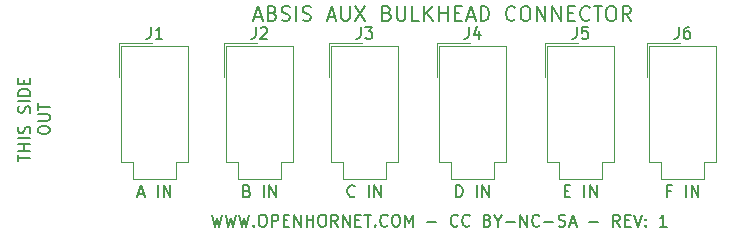
<source format=gbr>
%TF.GenerationSoftware,KiCad,Pcbnew,(5.1.9)-1*%
%TF.CreationDate,2021-11-14T17:32:34-07:00*%
%TF.ProjectId,ABSIS_AUX_Bulkhead_Connector,41425349-535f-4415-9558-5f42756c6b68,rev?*%
%TF.SameCoordinates,Original*%
%TF.FileFunction,Legend,Top*%
%TF.FilePolarity,Positive*%
%FSLAX46Y46*%
G04 Gerber Fmt 4.6, Leading zero omitted, Abs format (unit mm)*
G04 Created by KiCad (PCBNEW (5.1.9)-1) date 2021-11-14 17:32:34*
%MOMM*%
%LPD*%
G01*
G04 APERTURE LIST*
%ADD10C,0.150000*%
%ADD11C,0.120000*%
G04 APERTURE END LIST*
D10*
X100227380Y-69611428D02*
X100227380Y-69040000D01*
X101227380Y-69325714D02*
X100227380Y-69325714D01*
X101227380Y-68706666D02*
X100227380Y-68706666D01*
X100703571Y-68706666D02*
X100703571Y-68135238D01*
X101227380Y-68135238D02*
X100227380Y-68135238D01*
X101227380Y-67659047D02*
X100227380Y-67659047D01*
X101179761Y-67230476D02*
X101227380Y-67087619D01*
X101227380Y-66849523D01*
X101179761Y-66754285D01*
X101132142Y-66706666D01*
X101036904Y-66659047D01*
X100941666Y-66659047D01*
X100846428Y-66706666D01*
X100798809Y-66754285D01*
X100751190Y-66849523D01*
X100703571Y-67040000D01*
X100655952Y-67135238D01*
X100608333Y-67182857D01*
X100513095Y-67230476D01*
X100417857Y-67230476D01*
X100322619Y-67182857D01*
X100275000Y-67135238D01*
X100227380Y-67040000D01*
X100227380Y-66801904D01*
X100275000Y-66659047D01*
X101179761Y-65516190D02*
X101227380Y-65373333D01*
X101227380Y-65135238D01*
X101179761Y-65040000D01*
X101132142Y-64992380D01*
X101036904Y-64944761D01*
X100941666Y-64944761D01*
X100846428Y-64992380D01*
X100798809Y-65040000D01*
X100751190Y-65135238D01*
X100703571Y-65325714D01*
X100655952Y-65420952D01*
X100608333Y-65468571D01*
X100513095Y-65516190D01*
X100417857Y-65516190D01*
X100322619Y-65468571D01*
X100275000Y-65420952D01*
X100227380Y-65325714D01*
X100227380Y-65087619D01*
X100275000Y-64944761D01*
X101227380Y-64516190D02*
X100227380Y-64516190D01*
X101227380Y-64040000D02*
X100227380Y-64040000D01*
X100227380Y-63801904D01*
X100275000Y-63659047D01*
X100370238Y-63563809D01*
X100465476Y-63516190D01*
X100655952Y-63468571D01*
X100798809Y-63468571D01*
X100989285Y-63516190D01*
X101084523Y-63563809D01*
X101179761Y-63659047D01*
X101227380Y-63801904D01*
X101227380Y-64040000D01*
X100703571Y-63040000D02*
X100703571Y-62706666D01*
X101227380Y-62563809D02*
X101227380Y-63040000D01*
X100227380Y-63040000D01*
X100227380Y-62563809D01*
X101877380Y-67040000D02*
X101877380Y-66849523D01*
X101925000Y-66754285D01*
X102020238Y-66659047D01*
X102210714Y-66611428D01*
X102544047Y-66611428D01*
X102734523Y-66659047D01*
X102829761Y-66754285D01*
X102877380Y-66849523D01*
X102877380Y-67040000D01*
X102829761Y-67135238D01*
X102734523Y-67230476D01*
X102544047Y-67278095D01*
X102210714Y-67278095D01*
X102020238Y-67230476D01*
X101925000Y-67135238D01*
X101877380Y-67040000D01*
X101877380Y-66182857D02*
X102686904Y-66182857D01*
X102782142Y-66135238D01*
X102829761Y-66087619D01*
X102877380Y-65992380D01*
X102877380Y-65801904D01*
X102829761Y-65706666D01*
X102782142Y-65659047D01*
X102686904Y-65611428D01*
X101877380Y-65611428D01*
X101877380Y-65278095D02*
X101877380Y-64706666D01*
X102877380Y-64992380D02*
X101877380Y-64992380D01*
X116628095Y-74128380D02*
X116866190Y-75128380D01*
X117056666Y-74414095D01*
X117247142Y-75128380D01*
X117485238Y-74128380D01*
X117770952Y-74128380D02*
X118009047Y-75128380D01*
X118199523Y-74414095D01*
X118390000Y-75128380D01*
X118628095Y-74128380D01*
X118913809Y-74128380D02*
X119151904Y-75128380D01*
X119342380Y-74414095D01*
X119532857Y-75128380D01*
X119770952Y-74128380D01*
X120151904Y-75033142D02*
X120199523Y-75080761D01*
X120151904Y-75128380D01*
X120104285Y-75080761D01*
X120151904Y-75033142D01*
X120151904Y-75128380D01*
X120818571Y-74128380D02*
X121009047Y-74128380D01*
X121104285Y-74176000D01*
X121199523Y-74271238D01*
X121247142Y-74461714D01*
X121247142Y-74795047D01*
X121199523Y-74985523D01*
X121104285Y-75080761D01*
X121009047Y-75128380D01*
X120818571Y-75128380D01*
X120723333Y-75080761D01*
X120628095Y-74985523D01*
X120580476Y-74795047D01*
X120580476Y-74461714D01*
X120628095Y-74271238D01*
X120723333Y-74176000D01*
X120818571Y-74128380D01*
X121675714Y-75128380D02*
X121675714Y-74128380D01*
X122056666Y-74128380D01*
X122151904Y-74176000D01*
X122199523Y-74223619D01*
X122247142Y-74318857D01*
X122247142Y-74461714D01*
X122199523Y-74556952D01*
X122151904Y-74604571D01*
X122056666Y-74652190D01*
X121675714Y-74652190D01*
X122675714Y-74604571D02*
X123009047Y-74604571D01*
X123151904Y-75128380D02*
X122675714Y-75128380D01*
X122675714Y-74128380D01*
X123151904Y-74128380D01*
X123580476Y-75128380D02*
X123580476Y-74128380D01*
X124151904Y-75128380D01*
X124151904Y-74128380D01*
X124628095Y-75128380D02*
X124628095Y-74128380D01*
X124628095Y-74604571D02*
X125199523Y-74604571D01*
X125199523Y-75128380D02*
X125199523Y-74128380D01*
X125866190Y-74128380D02*
X126056666Y-74128380D01*
X126151904Y-74176000D01*
X126247142Y-74271238D01*
X126294761Y-74461714D01*
X126294761Y-74795047D01*
X126247142Y-74985523D01*
X126151904Y-75080761D01*
X126056666Y-75128380D01*
X125866190Y-75128380D01*
X125770952Y-75080761D01*
X125675714Y-74985523D01*
X125628095Y-74795047D01*
X125628095Y-74461714D01*
X125675714Y-74271238D01*
X125770952Y-74176000D01*
X125866190Y-74128380D01*
X127294761Y-75128380D02*
X126961428Y-74652190D01*
X126723333Y-75128380D02*
X126723333Y-74128380D01*
X127104285Y-74128380D01*
X127199523Y-74176000D01*
X127247142Y-74223619D01*
X127294761Y-74318857D01*
X127294761Y-74461714D01*
X127247142Y-74556952D01*
X127199523Y-74604571D01*
X127104285Y-74652190D01*
X126723333Y-74652190D01*
X127723333Y-75128380D02*
X127723333Y-74128380D01*
X128294761Y-75128380D01*
X128294761Y-74128380D01*
X128770952Y-74604571D02*
X129104285Y-74604571D01*
X129247142Y-75128380D02*
X128770952Y-75128380D01*
X128770952Y-74128380D01*
X129247142Y-74128380D01*
X129532857Y-74128380D02*
X130104285Y-74128380D01*
X129818571Y-75128380D02*
X129818571Y-74128380D01*
X130437619Y-75033142D02*
X130485238Y-75080761D01*
X130437619Y-75128380D01*
X130389999Y-75080761D01*
X130437619Y-75033142D01*
X130437619Y-75128380D01*
X131485238Y-75033142D02*
X131437619Y-75080761D01*
X131294761Y-75128380D01*
X131199523Y-75128380D01*
X131056666Y-75080761D01*
X130961428Y-74985523D01*
X130913809Y-74890285D01*
X130866190Y-74699809D01*
X130866190Y-74556952D01*
X130913809Y-74366476D01*
X130961428Y-74271238D01*
X131056666Y-74176000D01*
X131199523Y-74128380D01*
X131294761Y-74128380D01*
X131437619Y-74176000D01*
X131485238Y-74223619D01*
X132104285Y-74128380D02*
X132294761Y-74128380D01*
X132389999Y-74176000D01*
X132485238Y-74271238D01*
X132532857Y-74461714D01*
X132532857Y-74795047D01*
X132485238Y-74985523D01*
X132389999Y-75080761D01*
X132294761Y-75128380D01*
X132104285Y-75128380D01*
X132009047Y-75080761D01*
X131913809Y-74985523D01*
X131866190Y-74795047D01*
X131866190Y-74461714D01*
X131913809Y-74271238D01*
X132009047Y-74176000D01*
X132104285Y-74128380D01*
X132961428Y-75128380D02*
X132961428Y-74128380D01*
X133294761Y-74842666D01*
X133628095Y-74128380D01*
X133628095Y-75128380D01*
X134866190Y-74747428D02*
X135628095Y-74747428D01*
X137437619Y-75033142D02*
X137390000Y-75080761D01*
X137247142Y-75128380D01*
X137151904Y-75128380D01*
X137009047Y-75080761D01*
X136913809Y-74985523D01*
X136866190Y-74890285D01*
X136818571Y-74699809D01*
X136818571Y-74556952D01*
X136866190Y-74366476D01*
X136913809Y-74271238D01*
X137009047Y-74176000D01*
X137151904Y-74128380D01*
X137247142Y-74128380D01*
X137390000Y-74176000D01*
X137437619Y-74223619D01*
X138437619Y-75033142D02*
X138390000Y-75080761D01*
X138247142Y-75128380D01*
X138151904Y-75128380D01*
X138009047Y-75080761D01*
X137913809Y-74985523D01*
X137866190Y-74890285D01*
X137818571Y-74699809D01*
X137818571Y-74556952D01*
X137866190Y-74366476D01*
X137913809Y-74271238D01*
X138009047Y-74176000D01*
X138151904Y-74128380D01*
X138247142Y-74128380D01*
X138390000Y-74176000D01*
X138437619Y-74223619D01*
X139961428Y-74604571D02*
X140104285Y-74652190D01*
X140151904Y-74699809D01*
X140199523Y-74795047D01*
X140199523Y-74937904D01*
X140151904Y-75033142D01*
X140104285Y-75080761D01*
X140009047Y-75128380D01*
X139628095Y-75128380D01*
X139628095Y-74128380D01*
X139961428Y-74128380D01*
X140056666Y-74176000D01*
X140104285Y-74223619D01*
X140151904Y-74318857D01*
X140151904Y-74414095D01*
X140104285Y-74509333D01*
X140056666Y-74556952D01*
X139961428Y-74604571D01*
X139628095Y-74604571D01*
X140818571Y-74652190D02*
X140818571Y-75128380D01*
X140485238Y-74128380D02*
X140818571Y-74652190D01*
X141151904Y-74128380D01*
X141485238Y-74747428D02*
X142247142Y-74747428D01*
X142723333Y-75128380D02*
X142723333Y-74128380D01*
X143294761Y-75128380D01*
X143294761Y-74128380D01*
X144342380Y-75033142D02*
X144294761Y-75080761D01*
X144151904Y-75128380D01*
X144056666Y-75128380D01*
X143913809Y-75080761D01*
X143818571Y-74985523D01*
X143770952Y-74890285D01*
X143723333Y-74699809D01*
X143723333Y-74556952D01*
X143770952Y-74366476D01*
X143818571Y-74271238D01*
X143913809Y-74176000D01*
X144056666Y-74128380D01*
X144151904Y-74128380D01*
X144294761Y-74176000D01*
X144342380Y-74223619D01*
X144770952Y-74747428D02*
X145532857Y-74747428D01*
X145961428Y-75080761D02*
X146104285Y-75128380D01*
X146342380Y-75128380D01*
X146437619Y-75080761D01*
X146485238Y-75033142D01*
X146532857Y-74937904D01*
X146532857Y-74842666D01*
X146485238Y-74747428D01*
X146437619Y-74699809D01*
X146342380Y-74652190D01*
X146151904Y-74604571D01*
X146056666Y-74556952D01*
X146009047Y-74509333D01*
X145961428Y-74414095D01*
X145961428Y-74318857D01*
X146009047Y-74223619D01*
X146056666Y-74176000D01*
X146151904Y-74128380D01*
X146390000Y-74128380D01*
X146532857Y-74176000D01*
X146913809Y-74842666D02*
X147390000Y-74842666D01*
X146818571Y-75128380D02*
X147151904Y-74128380D01*
X147485238Y-75128380D01*
X148580476Y-74747428D02*
X149342380Y-74747428D01*
X151151904Y-75128380D02*
X150818571Y-74652190D01*
X150580476Y-75128380D02*
X150580476Y-74128380D01*
X150961428Y-74128380D01*
X151056666Y-74176000D01*
X151104285Y-74223619D01*
X151151904Y-74318857D01*
X151151904Y-74461714D01*
X151104285Y-74556952D01*
X151056666Y-74604571D01*
X150961428Y-74652190D01*
X150580476Y-74652190D01*
X151580476Y-74604571D02*
X151913809Y-74604571D01*
X152056666Y-75128380D02*
X151580476Y-75128380D01*
X151580476Y-74128380D01*
X152056666Y-74128380D01*
X152342380Y-74128380D02*
X152675714Y-75128380D01*
X153009047Y-74128380D01*
X153342380Y-75033142D02*
X153390000Y-75080761D01*
X153342380Y-75128380D01*
X153294761Y-75080761D01*
X153342380Y-75033142D01*
X153342380Y-75128380D01*
X153342380Y-74509333D02*
X153390000Y-74556952D01*
X153342380Y-74604571D01*
X153294761Y-74556952D01*
X153342380Y-74509333D01*
X153342380Y-74604571D01*
X155104285Y-75128380D02*
X154532857Y-75128380D01*
X154818571Y-75128380D02*
X154818571Y-74128380D01*
X154723333Y-74271238D01*
X154628095Y-74366476D01*
X154532857Y-74414095D01*
X120191619Y-57358333D02*
X120786857Y-57358333D01*
X120072571Y-57715476D02*
X120489238Y-56465476D01*
X120905904Y-57715476D01*
X121739238Y-57060714D02*
X121917809Y-57120238D01*
X121977333Y-57179761D01*
X122036857Y-57298809D01*
X122036857Y-57477380D01*
X121977333Y-57596428D01*
X121917809Y-57655952D01*
X121798761Y-57715476D01*
X121322571Y-57715476D01*
X121322571Y-56465476D01*
X121739238Y-56465476D01*
X121858285Y-56525000D01*
X121917809Y-56584523D01*
X121977333Y-56703571D01*
X121977333Y-56822619D01*
X121917809Y-56941666D01*
X121858285Y-57001190D01*
X121739238Y-57060714D01*
X121322571Y-57060714D01*
X122513047Y-57655952D02*
X122691619Y-57715476D01*
X122989238Y-57715476D01*
X123108285Y-57655952D01*
X123167809Y-57596428D01*
X123227333Y-57477380D01*
X123227333Y-57358333D01*
X123167809Y-57239285D01*
X123108285Y-57179761D01*
X122989238Y-57120238D01*
X122751142Y-57060714D01*
X122632095Y-57001190D01*
X122572571Y-56941666D01*
X122513047Y-56822619D01*
X122513047Y-56703571D01*
X122572571Y-56584523D01*
X122632095Y-56525000D01*
X122751142Y-56465476D01*
X123048761Y-56465476D01*
X123227333Y-56525000D01*
X123763047Y-57715476D02*
X123763047Y-56465476D01*
X124298761Y-57655952D02*
X124477333Y-57715476D01*
X124774952Y-57715476D01*
X124894000Y-57655952D01*
X124953523Y-57596428D01*
X125013047Y-57477380D01*
X125013047Y-57358333D01*
X124953523Y-57239285D01*
X124894000Y-57179761D01*
X124774952Y-57120238D01*
X124536857Y-57060714D01*
X124417809Y-57001190D01*
X124358285Y-56941666D01*
X124298761Y-56822619D01*
X124298761Y-56703571D01*
X124358285Y-56584523D01*
X124417809Y-56525000D01*
X124536857Y-56465476D01*
X124834476Y-56465476D01*
X125013047Y-56525000D01*
X126441619Y-57358333D02*
X127036857Y-57358333D01*
X126322571Y-57715476D02*
X126739238Y-56465476D01*
X127155904Y-57715476D01*
X127572571Y-56465476D02*
X127572571Y-57477380D01*
X127632095Y-57596428D01*
X127691619Y-57655952D01*
X127810666Y-57715476D01*
X128048761Y-57715476D01*
X128167809Y-57655952D01*
X128227333Y-57596428D01*
X128286857Y-57477380D01*
X128286857Y-56465476D01*
X128763047Y-56465476D02*
X129596380Y-57715476D01*
X129596380Y-56465476D02*
X128763047Y-57715476D01*
X131441619Y-57060714D02*
X131620190Y-57120238D01*
X131679714Y-57179761D01*
X131739238Y-57298809D01*
X131739238Y-57477380D01*
X131679714Y-57596428D01*
X131620190Y-57655952D01*
X131501142Y-57715476D01*
X131024952Y-57715476D01*
X131024952Y-56465476D01*
X131441619Y-56465476D01*
X131560666Y-56525000D01*
X131620190Y-56584523D01*
X131679714Y-56703571D01*
X131679714Y-56822619D01*
X131620190Y-56941666D01*
X131560666Y-57001190D01*
X131441619Y-57060714D01*
X131024952Y-57060714D01*
X132274952Y-56465476D02*
X132274952Y-57477380D01*
X132334476Y-57596428D01*
X132394000Y-57655952D01*
X132513047Y-57715476D01*
X132751142Y-57715476D01*
X132870190Y-57655952D01*
X132929714Y-57596428D01*
X132989238Y-57477380D01*
X132989238Y-56465476D01*
X134179714Y-57715476D02*
X133584476Y-57715476D01*
X133584476Y-56465476D01*
X134596380Y-57715476D02*
X134596380Y-56465476D01*
X135310666Y-57715476D02*
X134774952Y-57001190D01*
X135310666Y-56465476D02*
X134596380Y-57179761D01*
X135846380Y-57715476D02*
X135846380Y-56465476D01*
X135846380Y-57060714D02*
X136560666Y-57060714D01*
X136560666Y-57715476D02*
X136560666Y-56465476D01*
X137155904Y-57060714D02*
X137572571Y-57060714D01*
X137751142Y-57715476D02*
X137155904Y-57715476D01*
X137155904Y-56465476D01*
X137751142Y-56465476D01*
X138227333Y-57358333D02*
X138822571Y-57358333D01*
X138108285Y-57715476D02*
X138524952Y-56465476D01*
X138941619Y-57715476D01*
X139358285Y-57715476D02*
X139358285Y-56465476D01*
X139655904Y-56465476D01*
X139834476Y-56525000D01*
X139953523Y-56644047D01*
X140013047Y-56763095D01*
X140072571Y-57001190D01*
X140072571Y-57179761D01*
X140013047Y-57417857D01*
X139953523Y-57536904D01*
X139834476Y-57655952D01*
X139655904Y-57715476D01*
X139358285Y-57715476D01*
X142274952Y-57596428D02*
X142215428Y-57655952D01*
X142036857Y-57715476D01*
X141917809Y-57715476D01*
X141739238Y-57655952D01*
X141620190Y-57536904D01*
X141560666Y-57417857D01*
X141501142Y-57179761D01*
X141501142Y-57001190D01*
X141560666Y-56763095D01*
X141620190Y-56644047D01*
X141739238Y-56525000D01*
X141917809Y-56465476D01*
X142036857Y-56465476D01*
X142215428Y-56525000D01*
X142274952Y-56584523D01*
X143048761Y-56465476D02*
X143286857Y-56465476D01*
X143405904Y-56525000D01*
X143524952Y-56644047D01*
X143584476Y-56882142D01*
X143584476Y-57298809D01*
X143524952Y-57536904D01*
X143405904Y-57655952D01*
X143286857Y-57715476D01*
X143048761Y-57715476D01*
X142929714Y-57655952D01*
X142810666Y-57536904D01*
X142751142Y-57298809D01*
X142751142Y-56882142D01*
X142810666Y-56644047D01*
X142929714Y-56525000D01*
X143048761Y-56465476D01*
X144120190Y-57715476D02*
X144120190Y-56465476D01*
X144834476Y-57715476D01*
X144834476Y-56465476D01*
X145429714Y-57715476D02*
X145429714Y-56465476D01*
X146144000Y-57715476D01*
X146144000Y-56465476D01*
X146739238Y-57060714D02*
X147155904Y-57060714D01*
X147334476Y-57715476D02*
X146739238Y-57715476D01*
X146739238Y-56465476D01*
X147334476Y-56465476D01*
X148584476Y-57596428D02*
X148524952Y-57655952D01*
X148346380Y-57715476D01*
X148227333Y-57715476D01*
X148048761Y-57655952D01*
X147929714Y-57536904D01*
X147870190Y-57417857D01*
X147810666Y-57179761D01*
X147810666Y-57001190D01*
X147870190Y-56763095D01*
X147929714Y-56644047D01*
X148048761Y-56525000D01*
X148227333Y-56465476D01*
X148346380Y-56465476D01*
X148524952Y-56525000D01*
X148584476Y-56584523D01*
X148941619Y-56465476D02*
X149655904Y-56465476D01*
X149298761Y-57715476D02*
X149298761Y-56465476D01*
X150310666Y-56465476D02*
X150548761Y-56465476D01*
X150667809Y-56525000D01*
X150786857Y-56644047D01*
X150846380Y-56882142D01*
X150846380Y-57298809D01*
X150786857Y-57536904D01*
X150667809Y-57655952D01*
X150548761Y-57715476D01*
X150310666Y-57715476D01*
X150191619Y-57655952D01*
X150072571Y-57536904D01*
X150013047Y-57298809D01*
X150013047Y-56882142D01*
X150072571Y-56644047D01*
X150191619Y-56525000D01*
X150310666Y-56465476D01*
X152096380Y-57715476D02*
X151679714Y-57120238D01*
X151382095Y-57715476D02*
X151382095Y-56465476D01*
X151858285Y-56465476D01*
X151977333Y-56525000D01*
X152036857Y-56584523D01*
X152096380Y-56703571D01*
X152096380Y-56882142D01*
X152036857Y-57001190D01*
X151977333Y-57060714D01*
X151858285Y-57120238D01*
X151382095Y-57120238D01*
D11*
%TO.C,J6*%
X153414000Y-59630000D02*
X153414000Y-62480000D01*
X156264000Y-59630000D02*
X153414000Y-59630000D01*
X158274000Y-71090000D02*
X156464000Y-71090000D01*
X158274000Y-69690000D02*
X158274000Y-71090000D01*
X159274000Y-69690000D02*
X158274000Y-69690000D01*
X159274000Y-59870000D02*
X159274000Y-69690000D01*
X156464000Y-59870000D02*
X159274000Y-59870000D01*
X154654000Y-71090000D02*
X156464000Y-71090000D01*
X154654000Y-69690000D02*
X154654000Y-71090000D01*
X153654000Y-69690000D02*
X154654000Y-69690000D01*
X153654000Y-59870000D02*
X153654000Y-69690000D01*
X156464000Y-59870000D02*
X153654000Y-59870000D01*
%TO.C,J5*%
X144778000Y-59630000D02*
X144778000Y-62480000D01*
X147628000Y-59630000D02*
X144778000Y-59630000D01*
X149638000Y-71090000D02*
X147828000Y-71090000D01*
X149638000Y-69690000D02*
X149638000Y-71090000D01*
X150638000Y-69690000D02*
X149638000Y-69690000D01*
X150638000Y-59870000D02*
X150638000Y-69690000D01*
X147828000Y-59870000D02*
X150638000Y-59870000D01*
X146018000Y-71090000D02*
X147828000Y-71090000D01*
X146018000Y-69690000D02*
X146018000Y-71090000D01*
X145018000Y-69690000D02*
X146018000Y-69690000D01*
X145018000Y-59870000D02*
X145018000Y-69690000D01*
X147828000Y-59870000D02*
X145018000Y-59870000D01*
%TO.C,J4*%
X135634000Y-59630000D02*
X135634000Y-62480000D01*
X138484000Y-59630000D02*
X135634000Y-59630000D01*
X140494000Y-71090000D02*
X138684000Y-71090000D01*
X140494000Y-69690000D02*
X140494000Y-71090000D01*
X141494000Y-69690000D02*
X140494000Y-69690000D01*
X141494000Y-59870000D02*
X141494000Y-69690000D01*
X138684000Y-59870000D02*
X141494000Y-59870000D01*
X136874000Y-71090000D02*
X138684000Y-71090000D01*
X136874000Y-69690000D02*
X136874000Y-71090000D01*
X135874000Y-69690000D02*
X136874000Y-69690000D01*
X135874000Y-59870000D02*
X135874000Y-69690000D01*
X138684000Y-59870000D02*
X135874000Y-59870000D01*
%TO.C,J3*%
X126490000Y-59630000D02*
X126490000Y-62480000D01*
X129340000Y-59630000D02*
X126490000Y-59630000D01*
X131350000Y-71090000D02*
X129540000Y-71090000D01*
X131350000Y-69690000D02*
X131350000Y-71090000D01*
X132350000Y-69690000D02*
X131350000Y-69690000D01*
X132350000Y-59870000D02*
X132350000Y-69690000D01*
X129540000Y-59870000D02*
X132350000Y-59870000D01*
X127730000Y-71090000D02*
X129540000Y-71090000D01*
X127730000Y-69690000D02*
X127730000Y-71090000D01*
X126730000Y-69690000D02*
X127730000Y-69690000D01*
X126730000Y-59870000D02*
X126730000Y-69690000D01*
X129540000Y-59870000D02*
X126730000Y-59870000D01*
%TO.C,J2*%
X117600000Y-59630000D02*
X117600000Y-62480000D01*
X120450000Y-59630000D02*
X117600000Y-59630000D01*
X122460000Y-71090000D02*
X120650000Y-71090000D01*
X122460000Y-69690000D02*
X122460000Y-71090000D01*
X123460000Y-69690000D02*
X122460000Y-69690000D01*
X123460000Y-59870000D02*
X123460000Y-69690000D01*
X120650000Y-59870000D02*
X123460000Y-59870000D01*
X118840000Y-71090000D02*
X120650000Y-71090000D01*
X118840000Y-69690000D02*
X118840000Y-71090000D01*
X117840000Y-69690000D02*
X118840000Y-69690000D01*
X117840000Y-59870000D02*
X117840000Y-69690000D01*
X120650000Y-59870000D02*
X117840000Y-59870000D01*
%TO.C,J1*%
X108710000Y-59630000D02*
X108710000Y-62480000D01*
X111560000Y-59630000D02*
X108710000Y-59630000D01*
X113570000Y-71090000D02*
X111760000Y-71090000D01*
X113570000Y-69690000D02*
X113570000Y-71090000D01*
X114570000Y-69690000D02*
X113570000Y-69690000D01*
X114570000Y-59870000D02*
X114570000Y-69690000D01*
X111760000Y-59870000D02*
X114570000Y-59870000D01*
X109950000Y-71090000D02*
X111760000Y-71090000D01*
X109950000Y-69690000D02*
X109950000Y-71090000D01*
X108950000Y-69690000D02*
X109950000Y-69690000D01*
X108950000Y-59870000D02*
X108950000Y-69690000D01*
X111760000Y-59870000D02*
X108950000Y-59870000D01*
%TO.C,J6*%
D10*
X156130666Y-58232380D02*
X156130666Y-58946666D01*
X156083047Y-59089523D01*
X155987809Y-59184761D01*
X155844952Y-59232380D01*
X155749714Y-59232380D01*
X157035428Y-58232380D02*
X156844952Y-58232380D01*
X156749714Y-58280000D01*
X156702095Y-58327619D01*
X156606857Y-58470476D01*
X156559238Y-58660952D01*
X156559238Y-59041904D01*
X156606857Y-59137142D01*
X156654476Y-59184761D01*
X156749714Y-59232380D01*
X156940190Y-59232380D01*
X157035428Y-59184761D01*
X157083047Y-59137142D01*
X157130666Y-59041904D01*
X157130666Y-58803809D01*
X157083047Y-58708571D01*
X157035428Y-58660952D01*
X156940190Y-58613333D01*
X156749714Y-58613333D01*
X156654476Y-58660952D01*
X156606857Y-58708571D01*
X156559238Y-58803809D01*
X155464000Y-72108571D02*
X155130666Y-72108571D01*
X155130666Y-72632380D02*
X155130666Y-71632380D01*
X155606857Y-71632380D01*
X156749714Y-72632380D02*
X156749714Y-71632380D01*
X157225904Y-72632380D02*
X157225904Y-71632380D01*
X157797333Y-72632380D01*
X157797333Y-71632380D01*
%TO.C,J5*%
X147494666Y-58232380D02*
X147494666Y-58946666D01*
X147447047Y-59089523D01*
X147351809Y-59184761D01*
X147208952Y-59232380D01*
X147113714Y-59232380D01*
X148447047Y-58232380D02*
X147970857Y-58232380D01*
X147923238Y-58708571D01*
X147970857Y-58660952D01*
X148066095Y-58613333D01*
X148304190Y-58613333D01*
X148399428Y-58660952D01*
X148447047Y-58708571D01*
X148494666Y-58803809D01*
X148494666Y-59041904D01*
X148447047Y-59137142D01*
X148399428Y-59184761D01*
X148304190Y-59232380D01*
X148066095Y-59232380D01*
X147970857Y-59184761D01*
X147923238Y-59137142D01*
X146470857Y-72108571D02*
X146804190Y-72108571D01*
X146947047Y-72632380D02*
X146470857Y-72632380D01*
X146470857Y-71632380D01*
X146947047Y-71632380D01*
X148137523Y-72632380D02*
X148137523Y-71632380D01*
X148613714Y-72632380D02*
X148613714Y-71632380D01*
X149185142Y-72632380D01*
X149185142Y-71632380D01*
%TO.C,J4*%
X138350666Y-58232380D02*
X138350666Y-58946666D01*
X138303047Y-59089523D01*
X138207809Y-59184761D01*
X138064952Y-59232380D01*
X137969714Y-59232380D01*
X139255428Y-58565714D02*
X139255428Y-59232380D01*
X139017333Y-58184761D02*
X138779238Y-58899047D01*
X139398285Y-58899047D01*
X137279238Y-72632380D02*
X137279238Y-71632380D01*
X137517333Y-71632380D01*
X137660190Y-71680000D01*
X137755428Y-71775238D01*
X137803047Y-71870476D01*
X137850666Y-72060952D01*
X137850666Y-72203809D01*
X137803047Y-72394285D01*
X137755428Y-72489523D01*
X137660190Y-72584761D01*
X137517333Y-72632380D01*
X137279238Y-72632380D01*
X139041142Y-72632380D02*
X139041142Y-71632380D01*
X139517333Y-72632380D02*
X139517333Y-71632380D01*
X140088761Y-72632380D01*
X140088761Y-71632380D01*
%TO.C,J3*%
X129206666Y-58232380D02*
X129206666Y-58946666D01*
X129159047Y-59089523D01*
X129063809Y-59184761D01*
X128920952Y-59232380D01*
X128825714Y-59232380D01*
X129587619Y-58232380D02*
X130206666Y-58232380D01*
X129873333Y-58613333D01*
X130016190Y-58613333D01*
X130111428Y-58660952D01*
X130159047Y-58708571D01*
X130206666Y-58803809D01*
X130206666Y-59041904D01*
X130159047Y-59137142D01*
X130111428Y-59184761D01*
X130016190Y-59232380D01*
X129730476Y-59232380D01*
X129635238Y-59184761D01*
X129587619Y-59137142D01*
X128706666Y-72537142D02*
X128659047Y-72584761D01*
X128516190Y-72632380D01*
X128420952Y-72632380D01*
X128278095Y-72584761D01*
X128182857Y-72489523D01*
X128135238Y-72394285D01*
X128087619Y-72203809D01*
X128087619Y-72060952D01*
X128135238Y-71870476D01*
X128182857Y-71775238D01*
X128278095Y-71680000D01*
X128420952Y-71632380D01*
X128516190Y-71632380D01*
X128659047Y-71680000D01*
X128706666Y-71727619D01*
X129897142Y-72632380D02*
X129897142Y-71632380D01*
X130373333Y-72632380D02*
X130373333Y-71632380D01*
X130944761Y-72632380D01*
X130944761Y-71632380D01*
%TO.C,J2*%
X120316666Y-58232380D02*
X120316666Y-58946666D01*
X120269047Y-59089523D01*
X120173809Y-59184761D01*
X120030952Y-59232380D01*
X119935714Y-59232380D01*
X120745238Y-58327619D02*
X120792857Y-58280000D01*
X120888095Y-58232380D01*
X121126190Y-58232380D01*
X121221428Y-58280000D01*
X121269047Y-58327619D01*
X121316666Y-58422857D01*
X121316666Y-58518095D01*
X121269047Y-58660952D01*
X120697619Y-59232380D01*
X121316666Y-59232380D01*
X119578571Y-72108571D02*
X119721428Y-72156190D01*
X119769047Y-72203809D01*
X119816666Y-72299047D01*
X119816666Y-72441904D01*
X119769047Y-72537142D01*
X119721428Y-72584761D01*
X119626190Y-72632380D01*
X119245238Y-72632380D01*
X119245238Y-71632380D01*
X119578571Y-71632380D01*
X119673809Y-71680000D01*
X119721428Y-71727619D01*
X119769047Y-71822857D01*
X119769047Y-71918095D01*
X119721428Y-72013333D01*
X119673809Y-72060952D01*
X119578571Y-72108571D01*
X119245238Y-72108571D01*
X121007142Y-72632380D02*
X121007142Y-71632380D01*
X121483333Y-72632380D02*
X121483333Y-71632380D01*
X122054761Y-72632380D01*
X122054761Y-71632380D01*
%TO.C,J1*%
X111426666Y-58232380D02*
X111426666Y-58946666D01*
X111379047Y-59089523D01*
X111283809Y-59184761D01*
X111140952Y-59232380D01*
X111045714Y-59232380D01*
X112426666Y-59232380D02*
X111855238Y-59232380D01*
X112140952Y-59232380D02*
X112140952Y-58232380D01*
X112045714Y-58375238D01*
X111950476Y-58470476D01*
X111855238Y-58518095D01*
X110379047Y-72346666D02*
X110855238Y-72346666D01*
X110283809Y-72632380D02*
X110617142Y-71632380D01*
X110950476Y-72632380D01*
X112045714Y-72632380D02*
X112045714Y-71632380D01*
X112521904Y-72632380D02*
X112521904Y-71632380D01*
X113093333Y-72632380D01*
X113093333Y-71632380D01*
%TD*%
M02*

</source>
